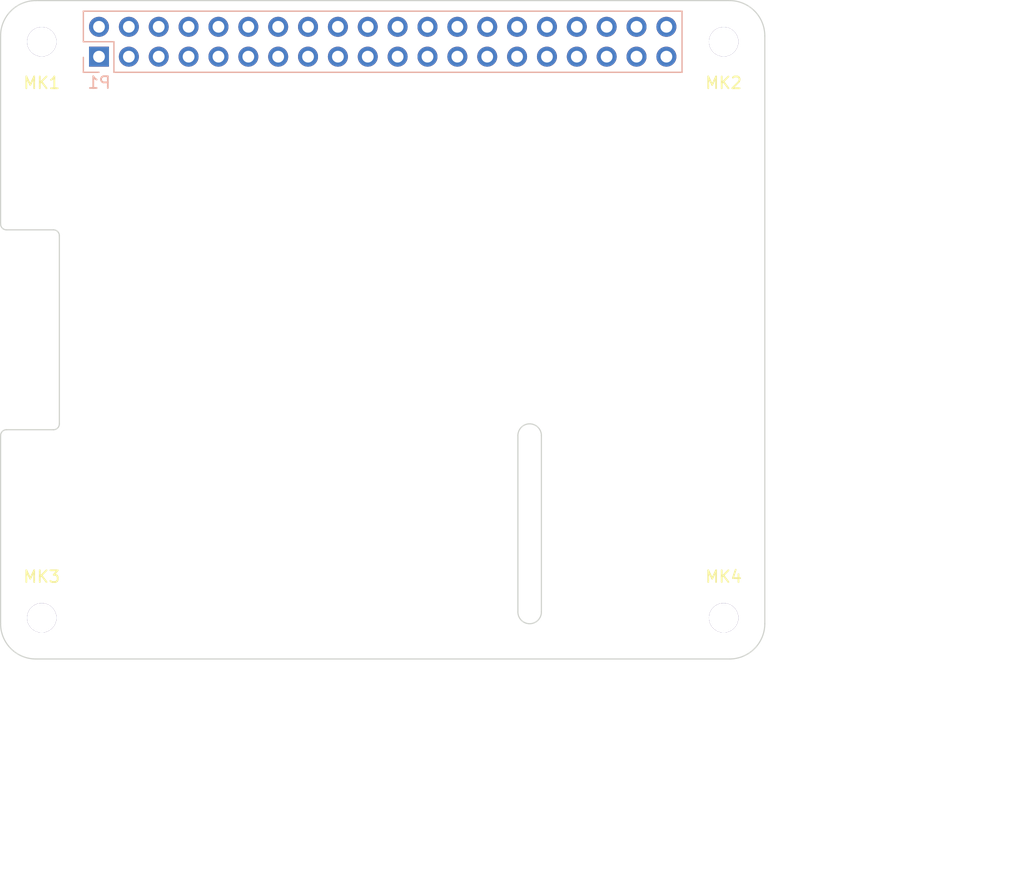
<source format=kicad_pcb>
(kicad_pcb (version 20221018) (generator pcbnew)
  (title_block (date "15 nov 2012"))
  (layers (0 "F.Cu" signal) (31 "B.Cu" signal) (34 "B.Paste" user) (35 "F.Paste" user) (36 "B.SilkS" user "B.Silkscreen") (37 "F.SilkS" user "F.Silkscreen") (38 "B.Mask" user) (39 "F.Mask" user) (44 "Edge.Cuts" user))
  (net 0 "")
  (net 1 "+3V3")
  (net 2 "+5V")
  (net 3 "GND")
  (net 4 "/ID_SD")
  (net 5 "/ID_SC")
  (net 6 "/GPIO5")
  (net 7 "/GPIO6")
  (net 8 "/GPIO26")
  (net 9 "/GPIO2(SDA1)")
  (net 10 "/GPIO3(SCL1)")
  (net 11 "/GPIO4(GCLK)")
  (net 12 "/GPIO14(TXD0)")
  (net 13 "/GPIO15(RXD0)")
  (net 14 "/GPIO17(GEN0)")
  (net 15 "/GPIO27(GEN2)")
  (net 16 "/GPIO22(GEN3)")
  (net 17 "/GPIO23(GEN4)")
  (net 18 "/GPIO24(GEN5)")
  (net 19 "/GPIO25(GEN6)")
  (net 20 "/GPIO18(GEN1)(PWM0)")
  (net 21 "/GPIO10(SPI0_MOSI)")
  (net 22 "/GPIO9(SPI0_MISO)")
  (net 23 "/GPIO11(SPI0_SCK)")
  (net 24 "/GPIO8(SPI0_CE_N)")
  (net 25 "/GPIO7(SPI1_CE_N)")
  (net 26 "/GPIO12(PWM0)")
  (net 27 "/GPIO13(PWM1)")
  (net 28 "/GPIO19(SPI1_MISO)")
  (net 29 "/GPIO16")
  (net 30 "/GPIO20(SPI1_MOSI)")
  (net 31 "/GPIO21(SPI1_SCK)")
  (footprint "Mounting_Holes:MountingHole_2-5mm" (layer "F.Cu") (at 203.5 97.5 180)
    (fp_text reference "MK1" (at 0 -3.50012 180) (layer "F.SilkS"))
    (fp_text value "M2.5")
    (pad "1" thru_hole circle (at 0 0 180) (size 2.5 2.5) (drill 2.5) (layers "*.Cu" "*.Mask") (clearance 1.35))
  )
  (footprint "Mounting_Holes:MountingHole_2-5mm" (layer "F.Cu") (at 261.5 97.5 180)
    (fp_text reference "MK2" (at 0 -3.50012 180) (layer "F.SilkS"))
    (fp_text value "M2.5")
    (pad "1" thru_hole circle (at 0 0 180) (size 2.5 2.5) (drill 2.5) (layers "*.Cu" "*.Mask") (clearance 1.35))
  )
  (footprint "Mounting_Holes:MountingHole_2-5mm" (layer "F.Cu") (at 203.5 146.5)
    (fp_text reference "MK3" (at 0 -3.50012) (layer "F.SilkS"))
    (fp_text value "M2.5")
    (pad "1" thru_hole circle (at 0 0) (size 2.5 2.5) (drill 2.5) (layers "*.Cu" "*.Mask") (clearance 1.35))
  )
  (footprint "Mounting_Holes:MountingHole_2-5mm" (layer "F.Cu") (at 261.5 146.5)
    (fp_text reference "MK4" (at 0 -3.50012) (layer "F.SilkS"))
    (fp_text value "M2.5")
    (pad "1" thru_hole circle (at 0 0) (size 2.5 2.5) (drill 2.5) (layers "*.Cu" "*.Mask") (clearance 1.35))
  )
  (footprint "Socket_Strips:Socket_Strip_Straight_2x20_Pitch2.54mm" (layer "B.Cu") (at 208.37 98.77 -90)
    (fp_text reference "P1" (at 2.208 -0.012 180) (layer "B.SilkS") (effects (justify mirror)))
    (fp_text value "Conn_02x20_Odd_Even")
    (fp_line (start -3.87 -49.59) (end -3.87 1.33) (stroke (width 0.12)) (layer "B.SilkS"))
    (fp_line (start -3.87 1.33) (end -1.27 1.33) (stroke (width 0.12)) (layer "B.SilkS"))
    (fp_line (start -1.27 -1.27) (end 1.33 -1.27) (stroke (width 0.12)) (layer "B.SilkS"))
    (fp_line (start -1.27 1.33) (end -1.27 -1.27) (stroke (width 0.12)) (layer "B.SilkS"))
    (fp_line (start 1.33 -49.59) (end -3.87 -49.59) (stroke (width 0.12)) (layer "B.SilkS"))
    (fp_line (start 1.33 -1.27) (end 1.33 -49.59) (stroke (width 0.12)) (layer "B.SilkS"))
    (fp_line (start 1.33 0) (end 1.33 1.33) (stroke (width 0.12)) (layer "B.SilkS"))
    (fp_line (start 1.33 1.33) (end 0.06 1.33) (stroke (width 0.12)) (layer "B.SilkS"))
    (pad "1" thru_hole rect (at 0 0 270) (size 1.7 1.7) (drill 1) (layers "*.Cu" "*.Mask") (net 1 "+3V3"))
    (pad "2" thru_hole oval (at -2.54 0 270) (size 1.7 1.7) (drill 1) (layers "*.Cu" "*.Mask") (net 2 "+5V"))
    (pad "3" thru_hole oval (at 0 -2.54 270) (size 1.7 1.7) (drill 1) (layers "*.Cu" "*.Mask") (net 9 "/GPIO2(SDA1)"))
    (pad "4" thru_hole oval (at -2.54 -2.54 270) (size 1.7 1.7) (drill 1) (layers "*.Cu" "*.Mask") (net 2 "+5V"))
    (pad "5" thru_hole oval (at 0 -5.08 270) (size 1.7 1.7) (drill 1) (layers "*.Cu" "*.Mask") (net 10 "/GPIO3(SCL1)"))
    (pad "6" thru_hole oval (at -2.54 -5.08 270) (size 1.7 1.7) (drill 1) (layers "*.Cu" "*.Mask") (net 3 "GND"))
    (pad "7" thru_hole oval (at 0 -7.62 270) (size 1.7 1.7) (drill 1) (layers "*.Cu" "*.Mask") (net 11 "/GPIO4(GCLK)"))
    (pad "8" thru_hole oval (at -2.54 -7.62 270) (size 1.7 1.7) (drill 1) (layers "*.Cu" "*.Mask") (net 12 "/GPIO14(TXD0)"))
    (pad "9" thru_hole oval (at 0 -10.16 270) (size 1.7 1.7) (drill 1) (layers "*.Cu" "*.Mask") (net 3 "GND"))
    (pad "10" thru_hole oval (at -2.54 -10.16 270) (size 1.7 1.7) (drill 1) (layers "*.Cu" "*.Mask") (net 13 "/GPIO15(RXD0)"))
    (pad "11" thru_hole oval (at 0 -12.7 270) (size 1.7 1.7) (drill 1) (layers "*.Cu" "*.Mask") (net 14 "/GPIO17(GEN0)"))
    (pad "12" thru_hole oval (at -2.54 -12.7 270) (size 1.7 1.7) (drill 1) (layers "*.Cu" "*.Mask") (net 20 "/GPIO18(GEN1)(PWM0)"))
    (pad "13" thru_hole oval (at 0 -15.24 270) (size 1.7 1.7) (drill 1) (layers "*.Cu" "*.Mask") (net 15 "/GPIO27(GEN2)"))
    (pad "14" thru_hole oval (at -2.54 -15.24 270) (size 1.7 1.7) (drill 1) (layers "*.Cu" "*.Mask") (net 3 "GND"))
    (pad "15" thru_hole oval (at 0 -17.78 270) (size 1.7 1.7) (drill 1) (layers "*.Cu" "*.Mask") (net 16 "/GPIO22(GEN3)"))
    (pad "16" thru_hole oval (at -2.54 -17.78 270) (size 1.7 1.7) (drill 1) (layers "*.Cu" "*.Mask") (net 17 "/GPIO23(GEN4)"))
    (pad "17" thru_hole oval (at 0 -20.32 270) (size 1.7 1.7) (drill 1) (layers "*.Cu" "*.Mask") (net 1 "+3V3"))
    (pad "18" thru_hole oval (at -2.54 -20.32 270) (size 1.7 1.7) (drill 1) (layers "*.Cu" "*.Mask") (net 18 "/GPIO24(GEN5)"))
    (pad "19" thru_hole oval (at 0 -22.86 270) (size 1.7 1.7) (drill 1) (layers "*.Cu" "*.Mask") (net 21 "/GPIO10(SPI0_MOSI)"))
    (pad "20" thru_hole oval (at -2.54 -22.86 270) (size 1.7 1.7) (drill 1) (layers "*.Cu" "*.Mask") (net 3 "GND"))
    (pad "21" thru_hole oval (at 0 -25.4 270) (size 1.7 1.7) (drill 1) (layers "*.Cu" "*.Mask") (net 22 "/GPIO9(SPI0_MISO)"))
    (pad "22" thru_hole oval (at -2.54 -25.4 270) (size 1.7 1.7) (drill 1) (layers "*.Cu" "*.Mask") (net 19 "/GPIO25(GEN6)"))
    (pad "23" thru_hole oval (at 0 -27.94 270) (size 1.7 1.7) (drill 1) (layers "*.Cu" "*.Mask") (net 23 "/GPIO11(SPI0_SCK)"))
    (pad "24" thru_hole oval (at -2.54 -27.94 270) (size 1.7 1.7) (drill 1) (layers "*.Cu" "*.Mask") (net 24 "/GPIO8(SPI0_CE_N)"))
    (pad "25" thru_hole oval (at 0 -30.48 270) (size 1.7 1.7) (drill 1) (layers "*.Cu" "*.Mask") (net 3 "GND"))
    (pad "26" thru_hole oval (at -2.54 -30.48 270) (size 1.7 1.7) (drill 1) (layers "*.Cu" "*.Mask") (net 25 "/GPIO7(SPI1_CE_N)"))
    (pad "27" thru_hole oval (at 0 -33.02 270) (size 1.7 1.7) (drill 1) (layers "*.Cu" "*.Mask") (net 4 "/ID_SD"))
    (pad "28" thru_hole oval (at -2.54 -33.02 270) (size 1.7 1.7) (drill 1) (layers "*.Cu" "*.Mask") (net 5 "/ID_SC"))
    (pad "29" thru_hole oval (at 0 -35.56 270) (size 1.7 1.7) (drill 1) (layers "*.Cu" "*.Mask") (net 6 "/GPIO5"))
    (pad "30" thru_hole oval (at -2.54 -35.56 270) (size 1.7 1.7) (drill 1) (layers "*.Cu" "*.Mask") (net 3 "GND"))
    (pad "31" thru_hole oval (at 0 -38.1 270) (size 1.7 1.7) (drill 1) (layers "*.Cu" "*.Mask") (net 7 "/GPIO6"))
    (pad "32" thru_hole oval (at -2.54 -38.1 270) (size 1.7 1.7) (drill 1) (layers "*.Cu" "*.Mask") (net 26 "/GPIO12(PWM0)"))
    (pad "33" thru_hole oval (at 0 -40.64 270) (size 1.7 1.7) (drill 1) (layers "*.Cu" "*.Mask") (net 27 "/GPIO13(PWM1)"))
    (pad "34" thru_hole oval (at -2.54 -40.64 270) (size 1.7 1.7) (drill 1) (layers "*.Cu" "*.Mask") (net 3 "GND"))
    (pad "35" thru_hole oval (at 0 -43.18 270) (size 1.7 1.7) (drill 1) (layers "*.Cu" "*.Mask") (net 28 "/GPIO19(SPI1_MISO)"))
    (pad "36" thru_hole oval (at -2.54 -43.18 270) (size 1.7 1.7) (drill 1) (layers "*.Cu" "*.Mask") (net 29 "/GPIO16"))
    (pad "37" thru_hole oval (at 0 -45.72 270) (size 1.7 1.7) (drill 1) (layers "*.Cu" "*.Mask") (net 8 "/GPIO26"))
    (pad "38" thru_hole oval (at -2.54 -45.72 270) (size 1.7 1.7) (drill 1) (layers "*.Cu" "*.Mask") (net 30 "/GPIO20(SPI1_MOSI)"))
    (pad "39" thru_hole oval (at 0 -48.26 270) (size 1.7 1.7) (drill 1) (layers "*.Cu" "*.Mask") (net 3 "GND"))
    (pad "40" thru_hole oval (at -2.54 -48.26 270) (size 1.7 1.7) (drill 1) (layers "*.Cu" "*.Mask") (net 31 "/GPIO21(SPI1_SCK)"))
  )
  (gr_line (start 244 146) (end 244 131) (stroke (width 0.1)) (layer "Edge.Cuts"))
  (gr_line (start 246 131) (end 246 146) (stroke (width 0.1)) (layer "Edge.Cuts"))
  (gr_arc (start 246 146) (mid 245 147) (end 244 146) (stroke (width 0.1)) (layer "Edge.Cuts"))
  (gr_line (start 205 114) (end 205 130) (stroke (width 0.1)) (layer "Edge.Cuts"))
  (gr_arc (start 204.5 113.5) (mid 204.853553 113.646447) (end 205 114) (stroke (width 0.1)) (layer "Edge.Cuts"))
  (gr_line (start 204.5 130.5) (end 200.5 130.5) (stroke (width 0.1)) (layer "Edge.Cuts"))
  (gr_arc (start 205 130) (mid 204.853553 130.353553) (end 204.5 130.5) (stroke (width 0.1)) (layer "Edge.Cuts"))
  (gr_arc (start 200.5 113.5) (mid 200.146447 113.353553) (end 200 113) (stroke (width 0.1)) (layer "Edge.Cuts"))
  (gr_line (start 265 147) (end 265 97) (stroke (width 0.1)) (layer "Edge.Cuts"))
  (gr_arc (start 200 97) (mid 200.87868 94.87868) (end 203 94) (stroke (width 0.1)) (layer "Edge.Cuts"))
  (gr_arc (start 262 94) (mid 264.12132 94.87868) (end 265 97) (stroke (width 0.1)) (layer "Edge.Cuts"))
  (gr_line (start 200.5 113.5) (end 204.5 113.5) (stroke (width 0.1)) (layer "Edge.Cuts"))
  (gr_arc (start 244 131) (mid 245 130) (end 246 131) (stroke (width 0.1)) (layer "Edge.Cuts"))
  (gr_arc (start 203 150) (mid 200.87868 149.12132) (end 200 147) (stroke (width 0.1)) (layer "Edge.Cuts"))
  (gr_arc (start 200 131) (mid 200.146138 130.646755) (end 200.499127 130.500001) (stroke (width 0.1)) (layer "Edge.Cuts"))
  (gr_line (start 200 131) (end 200 147) (stroke (width 0.1)) (layer "Edge.Cuts"))
  (gr_arc (start 265 147) (mid 264.12132 149.12132) (end 262 150) (stroke (width 0.1)) (layer "Edge.Cuts"))
  (gr_line (start 200 97) (end 200 113) (stroke (width 0.1)) (layer "Edge.Cuts"))
  (gr_line (start 203 150) (end 262 150) (stroke (width 0.1)) (layer "Edge.Cuts"))
  (gr_line (start 262 94) (end 203 94) (stroke (width 0.1)) (layer "Edge.Cuts"))
)
</source>
